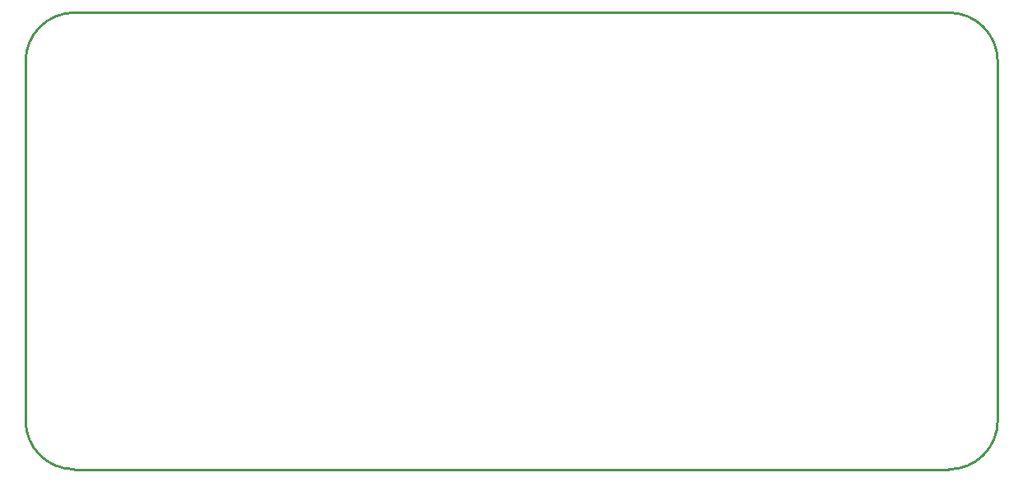
<source format=gko>
G04 Layer_Color=16711935*
%FSLAX24Y24*%
%MOIN*%
G70*
G01*
G75*
%ADD30C,0.0100*%
D30*
X1969Y18504D02*
G03*
X0Y16535I0J-1969D01*
G01*
X39370D02*
G03*
X37402Y18504I-1969J0D01*
G01*
Y0D02*
G03*
X39370Y1969I0J1969D01*
G01*
X0D02*
G03*
X1969Y0I1969J0D01*
G01*
X0Y1969D02*
Y16535D01*
X1969Y18504D02*
X37402D01*
X39370Y1969D02*
Y16535D01*
X1969Y0D02*
X37402D01*
M02*

</source>
